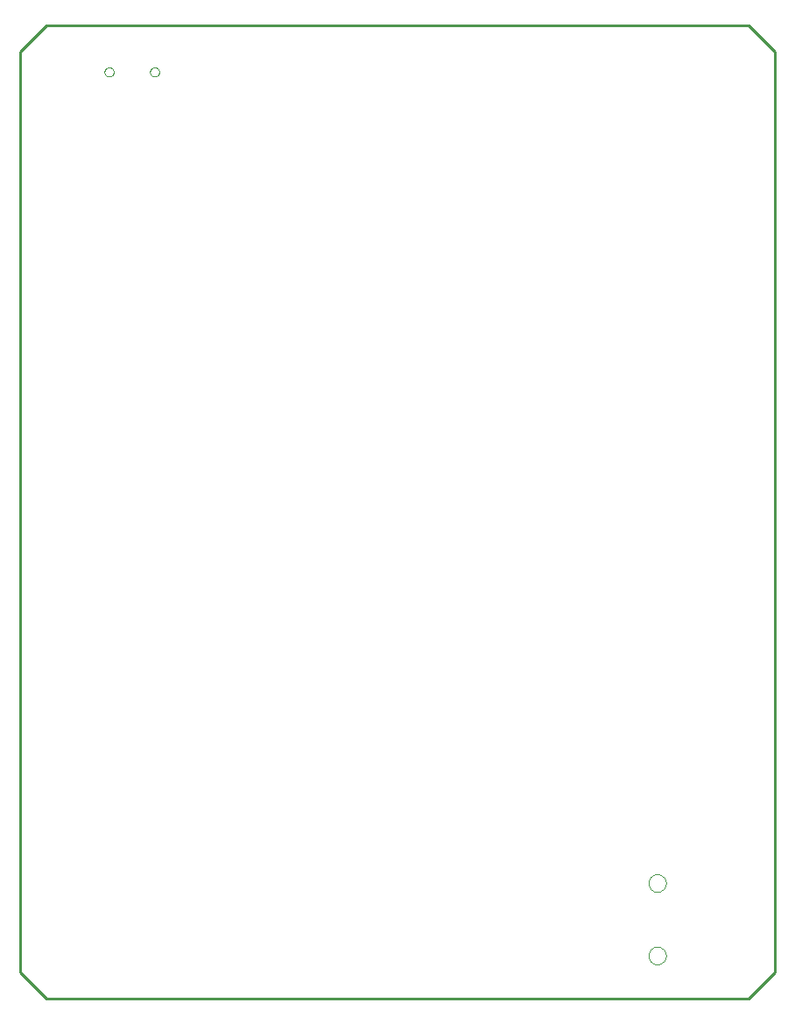
<source format=gko>
G75*
G70*
%OFA0B0*%
%FSLAX24Y24*%
%IPPOS*%
%LPD*%
%AMOC8*
5,1,8,0,0,1.08239X$1,22.5*
%
%ADD10C,0.0100*%
%ADD11C,0.0000*%
D10*
X006682Y006191D02*
X007682Y005191D01*
X034422Y005191D01*
X035422Y006191D01*
X035422Y041198D01*
X034422Y042198D01*
X007682Y042198D01*
X006682Y041198D01*
X006682Y006191D01*
D11*
X030597Y006819D02*
X030599Y006855D01*
X030605Y006891D01*
X030615Y006926D01*
X030628Y006960D01*
X030645Y006992D01*
X030665Y007022D01*
X030689Y007049D01*
X030715Y007074D01*
X030744Y007096D01*
X030775Y007115D01*
X030808Y007130D01*
X030842Y007142D01*
X030878Y007150D01*
X030914Y007154D01*
X030950Y007154D01*
X030986Y007150D01*
X031022Y007142D01*
X031056Y007130D01*
X031089Y007115D01*
X031120Y007096D01*
X031149Y007074D01*
X031175Y007049D01*
X031199Y007022D01*
X031219Y006992D01*
X031236Y006960D01*
X031249Y006926D01*
X031259Y006891D01*
X031265Y006855D01*
X031267Y006819D01*
X031265Y006783D01*
X031259Y006747D01*
X031249Y006712D01*
X031236Y006678D01*
X031219Y006646D01*
X031199Y006616D01*
X031175Y006589D01*
X031149Y006564D01*
X031120Y006542D01*
X031089Y006523D01*
X031056Y006508D01*
X031022Y006496D01*
X030986Y006488D01*
X030950Y006484D01*
X030914Y006484D01*
X030878Y006488D01*
X030842Y006496D01*
X030808Y006508D01*
X030775Y006523D01*
X030744Y006542D01*
X030715Y006564D01*
X030689Y006589D01*
X030665Y006616D01*
X030645Y006646D01*
X030628Y006678D01*
X030615Y006712D01*
X030605Y006747D01*
X030599Y006783D01*
X030597Y006819D01*
X030597Y009574D02*
X030599Y009610D01*
X030605Y009646D01*
X030615Y009681D01*
X030628Y009715D01*
X030645Y009747D01*
X030665Y009777D01*
X030689Y009804D01*
X030715Y009829D01*
X030744Y009851D01*
X030775Y009870D01*
X030808Y009885D01*
X030842Y009897D01*
X030878Y009905D01*
X030914Y009909D01*
X030950Y009909D01*
X030986Y009905D01*
X031022Y009897D01*
X031056Y009885D01*
X031089Y009870D01*
X031120Y009851D01*
X031149Y009829D01*
X031175Y009804D01*
X031199Y009777D01*
X031219Y009747D01*
X031236Y009715D01*
X031249Y009681D01*
X031259Y009646D01*
X031265Y009610D01*
X031267Y009574D01*
X031265Y009538D01*
X031259Y009502D01*
X031249Y009467D01*
X031236Y009433D01*
X031219Y009401D01*
X031199Y009371D01*
X031175Y009344D01*
X031149Y009319D01*
X031120Y009297D01*
X031089Y009278D01*
X031056Y009263D01*
X031022Y009251D01*
X030986Y009243D01*
X030950Y009239D01*
X030914Y009239D01*
X030878Y009243D01*
X030842Y009251D01*
X030808Y009263D01*
X030775Y009278D01*
X030744Y009297D01*
X030715Y009319D01*
X030689Y009344D01*
X030665Y009371D01*
X030645Y009401D01*
X030628Y009433D01*
X030615Y009467D01*
X030605Y009502D01*
X030599Y009538D01*
X030597Y009574D01*
X011621Y040441D02*
X011623Y040467D01*
X011629Y040493D01*
X011639Y040518D01*
X011652Y040541D01*
X011668Y040561D01*
X011688Y040579D01*
X011710Y040594D01*
X011733Y040606D01*
X011759Y040614D01*
X011785Y040618D01*
X011811Y040618D01*
X011837Y040614D01*
X011863Y040606D01*
X011887Y040594D01*
X011908Y040579D01*
X011928Y040561D01*
X011944Y040541D01*
X011957Y040518D01*
X011967Y040493D01*
X011973Y040467D01*
X011975Y040441D01*
X011973Y040415D01*
X011967Y040389D01*
X011957Y040364D01*
X011944Y040341D01*
X011928Y040321D01*
X011908Y040303D01*
X011886Y040288D01*
X011863Y040276D01*
X011837Y040268D01*
X011811Y040264D01*
X011785Y040264D01*
X011759Y040268D01*
X011733Y040276D01*
X011709Y040288D01*
X011688Y040303D01*
X011668Y040321D01*
X011652Y040341D01*
X011639Y040364D01*
X011629Y040389D01*
X011623Y040415D01*
X011621Y040441D01*
X009889Y040441D02*
X009891Y040467D01*
X009897Y040493D01*
X009907Y040518D01*
X009920Y040541D01*
X009936Y040561D01*
X009956Y040579D01*
X009978Y040594D01*
X010001Y040606D01*
X010027Y040614D01*
X010053Y040618D01*
X010079Y040618D01*
X010105Y040614D01*
X010131Y040606D01*
X010155Y040594D01*
X010176Y040579D01*
X010196Y040561D01*
X010212Y040541D01*
X010225Y040518D01*
X010235Y040493D01*
X010241Y040467D01*
X010243Y040441D01*
X010241Y040415D01*
X010235Y040389D01*
X010225Y040364D01*
X010212Y040341D01*
X010196Y040321D01*
X010176Y040303D01*
X010154Y040288D01*
X010131Y040276D01*
X010105Y040268D01*
X010079Y040264D01*
X010053Y040264D01*
X010027Y040268D01*
X010001Y040276D01*
X009977Y040288D01*
X009956Y040303D01*
X009936Y040321D01*
X009920Y040341D01*
X009907Y040364D01*
X009897Y040389D01*
X009891Y040415D01*
X009889Y040441D01*
M02*

</source>
